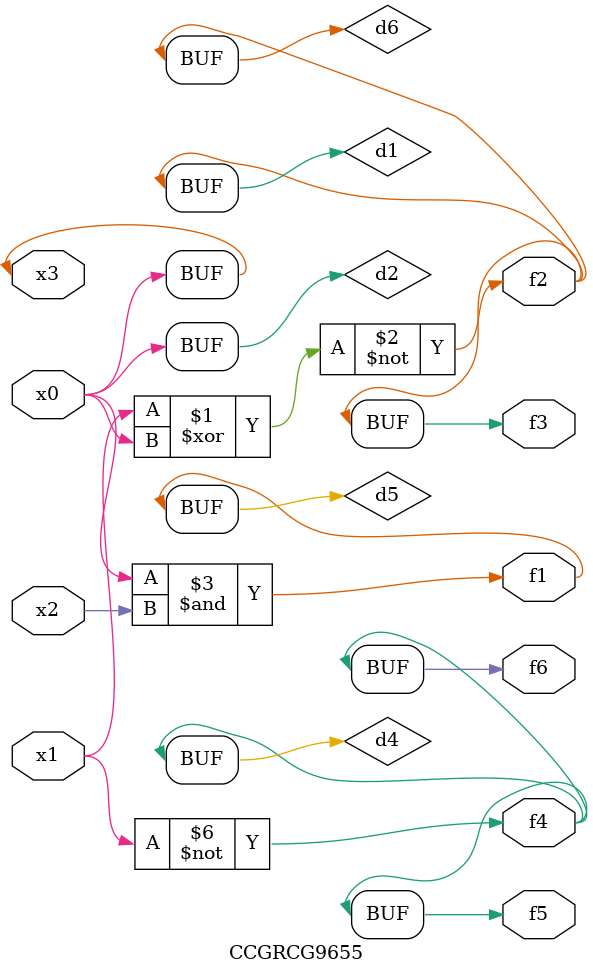
<source format=v>
module CCGRCG9655(
	input x0, x1, x2, x3,
	output f1, f2, f3, f4, f5, f6
);

	wire d1, d2, d3, d4, d5, d6;

	xnor (d1, x1, x3);
	buf (d2, x0, x3);
	nand (d3, x0, x2);
	not (d4, x1);
	nand (d5, d3);
	or (d6, d1);
	assign f1 = d5;
	assign f2 = d6;
	assign f3 = d6;
	assign f4 = d4;
	assign f5 = d4;
	assign f6 = d4;
endmodule

</source>
